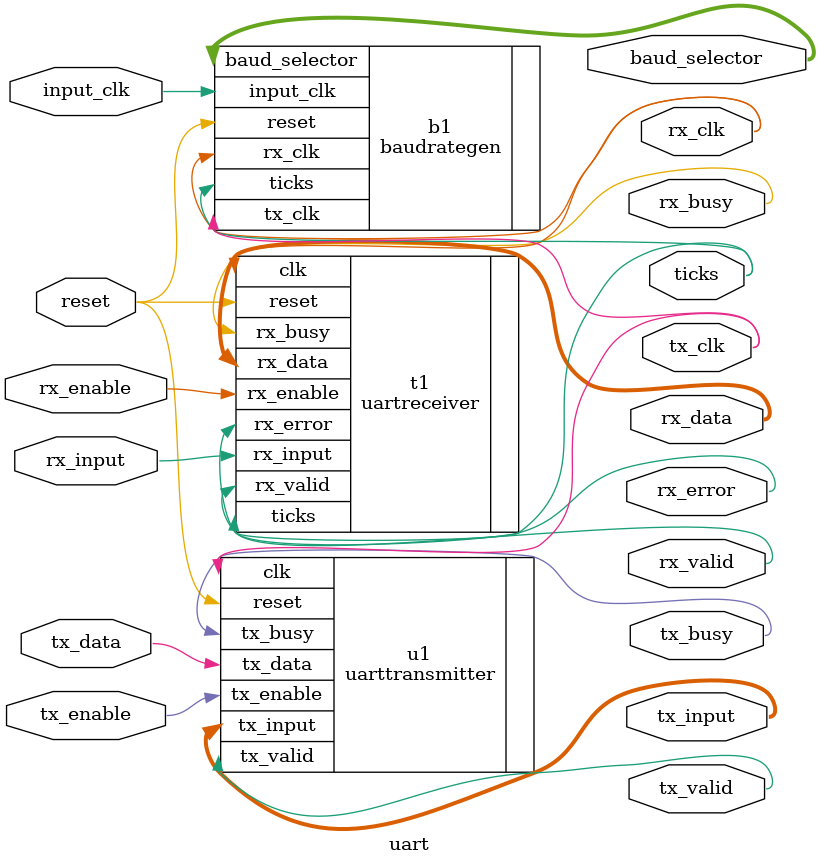
<source format=v>


module uart(tx_clk,rx_clk,ticks,baud_selector,reset,input_clk,
				tx_busy,tx_valid,tx_input,tx_data,tx_enable,
				rx_error,rx_busy,rx_valid,rx_data,rx_enable,rx_input);

input input_clk,reset;

output ticks,tx_clk,rx_clk;
output [1:0] baud_selector;

input tx_enable,tx_data;
output tx_busy,tx_valid;

///transmit data
output [9:0] tx_input;

input rx_enable,rx_input;

//flags
output rx_error,rx_busy,rx_valid;
output [7:0] rx_data;
				
baudrategen b1(.tx_clk(tx_clk),.rx_clk(rx_clk),.ticks(ticks),.baud_selector(baud_selector),
					.reset(reset),.input_clk(input_clk));
uarttransmitter u1(.tx_busy(tx_busy),.tx_valid(tx_valid),.tx_input(tx_input),.tx_data(tx_data),
						 .tx_enable(tx_enable),.clk(tx_clk),.reset(reset));
uartreceiver t1(.rx_error(rx_error),.rx_busy(rx_busy),.rx_valid(rx_valid),.rx_data(rx_data),
					 .rx_enable(rx_enable),.rx_input(rx_input),.ticks(ticks),.clk(rx_clk),.reset(reset));

endmodule

</source>
